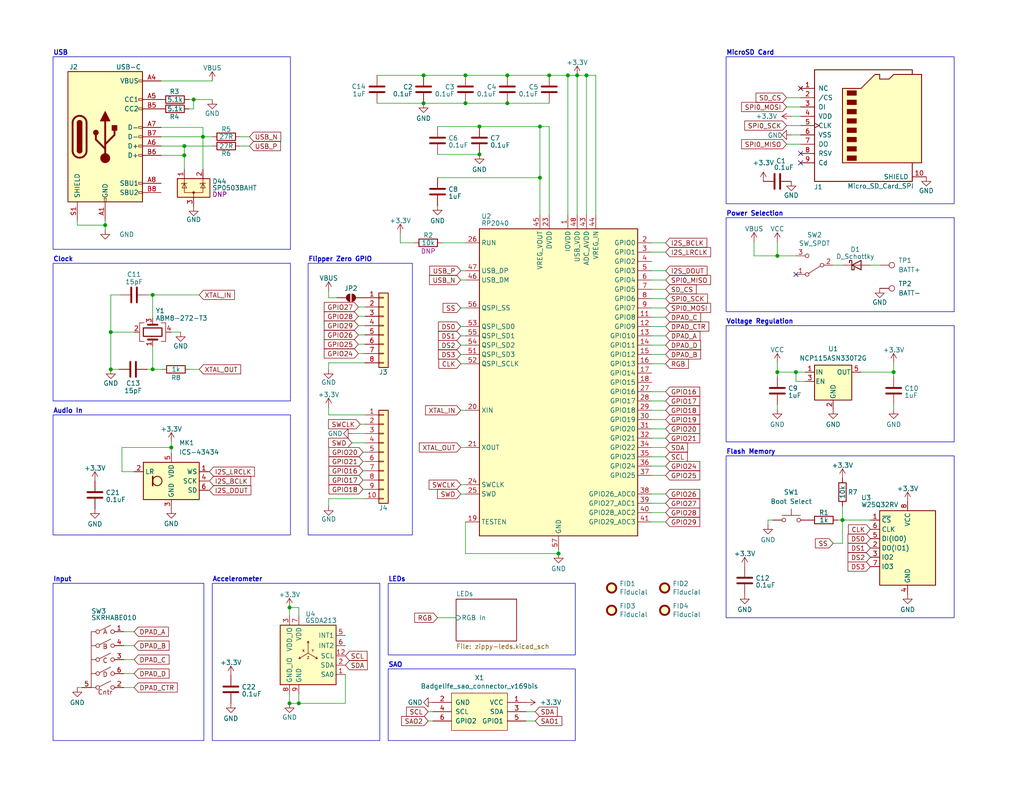
<source format=kicad_sch>
(kicad_sch (version 20250114) (generator "eeschema") (generator_version "9.0")
  (paper "USLetter")
  (title_block (title "Zippy Badge") (date "2025-04-28") (rev "1.1") (company "DCZia") (comment 1 "Proto Dos"))
  (rectangle (start 84.074 71.882) (end 112.522 146.05))
  (rectangle (start 57.912 159.258) (end 103.632 202.184))
  (rectangle (start 14.478 159.258) (end 55.626 202.184))
  (rectangle (start 198.12 59.436) (end 260.35 85.09))
  (rectangle (start 198.12 124.46) (end 260.35 168.656))
  (rectangle (start 198.12 88.9) (end 260.35 120.65))
  (rectangle (start 105.918 159.258) (end 156.972 178.816))
  (rectangle (start 198.12 15.494) (end 260.35 55.626))
  (rectangle (start 14.478 15.494) (end 79.248 68.072))
  (rectangle (start 105.918 182.626) (end 156.972 202.184))
  (rectangle (start 14.478 71.882) (end 79.248 109.474))
  (rectangle (start 14.478 113.284) (end 79.248 146.05))
  (text "LEDs" (at 105.918 159.004 0) (effects (font (size 1.27 1.27) (thickness 0.254) (bold yes)) (justify left bottom)))
  (text "USB" (at 14.478 15.24 0) (effects (font (size 1.27 1.27) (thickness 0.254) (bold yes)) (justify left bottom)))
  (text "Input" (at 14.478 159.004 0) (effects (font (size 1.27 1.27) (thickness 0.254) (bold yes)) (justify left bottom)))
  (text "Power Selection" (at 198.12 59.182 0) (effects (font (size 1.27 1.27) (thickness 0.254) (bold yes)) (justify left bottom)))
  (text "Flash Memory" (at 198.12 124.206 0) (effects (font (size 1.27 1.27) (thickness 0.254) (bold yes)) (justify left bottom)))
  (text "MicroSD Card" (at 198.12 15.24 0) (effects (font (size 1.27 1.27) (thickness 0.254) (bold yes)) (justify left bottom)))
  (text "SAO" (at 105.918 182.372 0) (effects (font (size 1.27 1.27) (thickness 0.254) (bold yes)) (justify left bottom)))
  (text "Voltage Regulation" (at 198.12 88.646 0) (effects (font (size 1.27 1.27) (thickness 0.254) (bold yes)) (justify left bottom)))
  (text "Clock" (at 14.478 71.628 0) (effects (font (size 1.27 1.27) (thickness 0.254) (bold yes)) (justify left bottom)))
  (text "Flipper Zero GPIO" (at 84.074 71.628 0) (effects (font (size 1.27 1.27) (thickness 0.254) (bold yes)) (justify left bottom)))
  (text "Audio In" (at 14.478 113.03 0) (effects (font (size 1.27 1.27) (thickness 0.254) (bold yes)) (justify left bottom)))
  (text "Accelerometer" (at 57.912 159.004 0) (effects (font (size 1.27 1.27) (thickness 0.254) (bold yes)) (justify left bottom)))
  (junction (at 138.43 28.194))
  (junction (at 115.57 20.574))
  (junction (at 50.292 42.418))
  (junction (at 41.656 100.838))
  (junction (at 147.32 48.514))
  (junction (at 138.43 20.574))
  (junction (at 127 28.194))
  (junction (at 30.226 90.678))
  (junction (at 154.94 20.574))
  (junction (at 229.87 141.986))
  (junction (at 217.17 101.6))
  (junction (at 55.372 37.338))
  (junction (at 130.81 34.544))
  (junction (at 30.226 100.838))
  (junction (at 130.81 42.164))
  (junction (at 28.702 61.468))
  (junction (at 115.57 28.194))
  (junction (at 78.994 165.862))
  (junction (at 41.656 80.518))
  (junction (at 157.48 20.574))
  (junction (at 81.534 192.024))
  (junction (at 127 20.574))
  (junction (at 78.994 192.024))
  (junction (at 160.02 20.574))
  (junction (at 149.86 20.574))
  (junction (at 50.292 39.878))
  (junction (at 147.32 34.544))
  (junction (at 212.09 69.85))
  (junction (at 212.09 101.6))
  (junction (at 152.4 151.13))
  (junction (at 243.84 101.6))
  (junction (at 52.832 27.178))
  (junction (at 46.736 122.174))
  (no_connect (at 218.44 24.13))
  (no_connect (at 218.44 44.45))
  (no_connect (at 218.44 41.91))
  (no_connect (at 217.17 74.93))
  (wire (pts (xy 127 134.874) (xy 125.73 134.874)))
  (wire (pts (xy 116.84 196.85) (xy 118.11 196.85)))
  (wire (pts (xy 57.912 22.098) (xy 43.942 22.098)))
  (wire (pts (xy 51.562 29.718) (xy 52.832 29.718)))
  (wire (pts (xy 229.87 138.176) (xy 229.87 141.986)))
  (wire (pts (xy 214.63 29.21) (xy 218.44 29.21)))
  (wire (pts (xy 119.38 168.656) (xy 124.46 168.656)))
  (wire (pts (xy 147.32 48.514) (xy 147.32 58.674)))
  (wire (pts (xy 125.73 73.914) (xy 127 73.914)))
  (wire (pts (xy 217.17 104.14) (xy 217.17 101.6)))
  (wire (pts (xy 149.86 34.544) (xy 147.32 34.544)))
  (wire (pts (xy 181.61 117.094) (xy 177.8 117.094)))
  (wire (pts (xy 152.4 151.13) (xy 152.4 150.114)))
  (wire (pts (xy 215.9 36.83) (xy 218.44 36.83)))
  (wire (pts (xy 21.082 187.706) (xy 22.352 187.706)))
  (wire (pts (xy 36.576 90.678) (xy 30.226 90.678)))
  (wire (pts (xy 40.132 100.838) (xy 41.656 100.838)))
  (wire (pts (xy 215.9 31.75) (xy 218.44 31.75)))
  (wire (pts (xy 181.61 78.994) (xy 177.8 78.994)))
  (wire (pts (xy 119.38 42.164) (xy 130.81 42.164)))
  (wire (pts (xy 181.61 106.934) (xy 177.8 106.934)))
  (wire (pts (xy 50.292 42.418) (xy 43.942 42.418)))
  (wire (pts (xy 30.226 100.838) (xy 32.512 100.838)))
  (wire (pts (xy 217.17 101.6) (xy 219.71 101.6)))
  (wire (pts (xy 96.266 118.364) (xy 99.568 118.364)))
  (wire (pts (xy 181.61 142.494) (xy 177.8 142.494)))
  (wire (pts (xy 125.73 99.314) (xy 127 99.314)))
  (wire (pts (xy 89.662 81.28) (xy 91.948 81.28)))
  (wire (pts (xy 181.61 129.794) (xy 177.8 129.794)))
  (wire (pts (xy 125.73 89.154) (xy 127 89.154)))
  (wire (pts (xy 143.51 194.31) (xy 146.05 194.31)))
  (wire (pts (xy 127 20.574) (xy 138.43 20.574)))
  (wire (pts (xy 181.61 94.234) (xy 177.8 94.234)))
  (wire (pts (xy 115.57 20.574) (xy 127 20.574)))
  (wire (pts (xy 212.09 101.6) (xy 212.09 102.87)))
  (wire (pts (xy 43.942 37.338) (xy 55.372 37.338)))
  (wire (pts (xy 181.61 99.314) (xy 177.8 99.314)))
  (wire (pts (xy 125.73 94.234) (xy 127 94.234)))
  (wire (pts (xy 157.48 20.574) (xy 157.48 58.674)))
  (wire (pts (xy 99.06 123.444) (xy 99.568 123.444)))
  (wire (pts (xy 40.386 80.518) (xy 41.656 80.518)))
  (wire (pts (xy 219.71 104.14) (xy 217.17 104.14)))
  (wire (pts (xy 147.32 34.544) (xy 147.32 48.514)))
  (wire (pts (xy 157.48 20.574) (xy 154.94 20.574)))
  (wire (pts (xy 50.292 39.878) (xy 50.292 42.418)))
  (wire (pts (xy 89.662 99.06) (xy 89.662 100.838)))
  (wire (pts (xy 181.61 96.774) (xy 177.8 96.774)))
  (wire (pts (xy 97.79 93.98) (xy 99.568 93.98)))
  (wire (pts (xy 181.61 89.154) (xy 177.8 89.154)))
  (wire (pts (xy 51.562 27.178) (xy 52.832 27.178)))
  (wire (pts (xy 41.656 100.838) (xy 44.196 100.838)))
  (wire (pts (xy 181.61 119.634) (xy 177.8 119.634)))
  (wire (pts (xy 181.61 139.954) (xy 177.8 139.954)))
  (wire (pts (xy 33.782 176.276) (xy 36.576 176.276)))
  (wire (pts (xy 97.79 88.9) (xy 99.568 88.9)))
  (wire (pts (xy 98.298 115.824) (xy 99.568 115.824)))
  (wire (pts (xy 210.82 141.986) (xy 209.55 141.986)))
  (wire (pts (xy 205.74 69.85) (xy 212.09 69.85)))
  (wire (pts (xy 181.61 127.254) (xy 177.8 127.254)))
  (wire (pts (xy 234.95 101.6) (xy 243.84 101.6)))
  (wire (pts (xy 99.06 125.984) (xy 99.568 125.984)))
  (wire (pts (xy 181.61 73.914) (xy 177.8 73.914)))
  (wire (pts (xy 99.568 99.06) (xy 89.662 99.06)))
  (wire (pts (xy 33.274 128.778) (xy 33.274 122.174)))
  (wire (pts (xy 81.534 165.862) (xy 78.994 165.862)))
  (wire (pts (xy 46.736 122.174) (xy 46.736 123.698)))
  (wire (pts (xy 55.372 37.338) (xy 57.912 37.338)))
  (wire (pts (xy 162.56 58.674) (xy 162.56 20.574)))
  (wire (pts (xy 50.292 39.878) (xy 57.912 39.878)))
  (wire (pts (xy 89.662 136.144) (xy 89.662 138.176)))
  (wire (pts (xy 154.94 20.574) (xy 154.94 58.674)))
  (wire (pts (xy 57.15 133.858) (xy 56.896 133.858)))
  (wire (pts (xy 28.702 61.468) (xy 28.702 62.738)))
  (wire (pts (xy 43.942 39.878) (xy 50.292 39.878)))
  (wire (pts (xy 214.63 34.29) (xy 218.44 34.29)))
  (wire (pts (xy 125.73 96.774) (xy 127 96.774)))
  (wire (pts (xy 227.33 148.336) (xy 229.87 148.336)))
  (wire (pts (xy 30.226 90.678) (xy 30.226 100.838)))
  (wire (pts (xy 229.87 141.986) (xy 237.49 141.986)))
  (wire (pts (xy 228.6 141.986) (xy 229.87 141.986)))
  (wire (pts (xy 52.832 27.178) (xy 57.912 27.178)))
  (wire (pts (xy 227.33 72.39) (xy 229.87 72.39)))
  (wire (pts (xy 78.994 189.484) (xy 78.994 192.024)))
  (wire (pts (xy 28.702 60.198) (xy 28.702 61.468)))
  (wire (pts (xy 99.06 128.524) (xy 99.568 128.524)))
  (wire (pts (xy 41.656 80.518) (xy 41.656 86.868)))
  (wire (pts (xy 33.274 122.174) (xy 46.736 122.174)))
  (wire (pts (xy 181.61 68.834) (xy 177.8 68.834)))
  (wire (pts (xy 65.532 37.338) (xy 68.072 37.338)))
  (wire (pts (xy 89.662 113.284) (xy 99.568 113.284)))
  (wire (pts (xy 81.534 168.148) (xy 81.534 165.862)))
  (wire (pts (xy 119.38 48.514) (xy 147.32 48.514)))
  (wire (pts (xy 237.49 72.39) (xy 240.03 72.39)))
  (wire (pts (xy 212.09 99.06) (xy 212.09 101.6)))
  (wire (pts (xy 125.73 84.074) (xy 127 84.074)))
  (wire (pts (xy 181.61 91.694) (xy 177.8 91.694)))
  (wire (pts (xy 181.61 76.454) (xy 177.8 76.454)))
  (wire (pts (xy 138.43 28.194) (xy 127 28.194)))
  (wire (pts (xy 138.43 20.574) (xy 149.86 20.574)))
  (wire (pts (xy 81.534 189.484) (xy 81.534 192.024)))
  (wire (pts (xy 28.702 61.468) (xy 21.082 61.468)))
  (wire (pts (xy 94.234 192.024) (xy 81.534 192.024)))
  (wire (pts (xy 89.662 79.502) (xy 89.662 81.28)))
  (wire (pts (xy 212.09 110.49) (xy 212.09 111.76)))
  (wire (pts (xy 57.15 128.778) (xy 56.896 128.778)))
  (wire (pts (xy 127 132.334) (xy 125.73 132.334)))
  (wire (pts (xy 81.534 192.024) (xy 78.994 192.024)))
  (wire (pts (xy 214.63 26.67) (xy 218.44 26.67)))
  (wire (pts (xy 125.73 112.014) (xy 127 112.014)))
  (wire (pts (xy 149.86 28.194) (xy 138.43 28.194)))
  (wire (pts (xy 36.576 128.778) (xy 33.274 128.778)))
  (wire (pts (xy 127 142.494) (xy 127 151.13)))
  (wire (pts (xy 50.292 42.418) (xy 50.292 46.228)))
  (wire (pts (xy 30.226 80.518) (xy 30.226 90.678)))
  (wire (pts (xy 89.662 111.252) (xy 89.662 113.284)))
  (wire (pts (xy 125.73 122.174) (xy 127 122.174)))
  (wire (pts (xy 109.22 66.294) (xy 109.22 63.754)))
  (wire (pts (xy 54.356 100.838) (xy 51.816 100.838)))
  (wire (pts (xy 33.782 172.466) (xy 36.576 172.466)))
  (wire (pts (xy 243.84 99.06) (xy 243.84 101.6)))
  (wire (pts (xy 55.372 37.338) (xy 55.372 46.228)))
  (wire (pts (xy 52.832 27.178) (xy 52.832 29.718)))
  (wire (pts (xy 97.79 83.82) (xy 99.568 83.82)))
  (wire (pts (xy 181.61 84.074) (xy 177.8 84.074)))
  (wire (pts (xy 94.234 184.15) (xy 94.234 192.024)))
  (wire (pts (xy 127 28.194) (xy 115.57 28.194)))
  (wire (pts (xy 96.012 120.904) (xy 99.568 120.904)))
  (wire (pts (xy 181.61 109.474) (xy 177.8 109.474)))
  (wire (pts (xy 160.02 20.574) (xy 162.56 20.574)))
  (wire (pts (xy 212.09 66.04) (xy 212.09 69.85)))
  (wire (pts (xy 97.79 96.52) (xy 99.568 96.52)))
  (wire (pts (xy 181.61 134.874) (xy 177.8 134.874)))
  (wire (pts (xy 33.782 180.086) (xy 36.576 180.086)))
  (wire (pts (xy 97.79 86.36) (xy 99.568 86.36)))
  (wire (pts (xy 212.09 69.85) (xy 217.17 69.85)))
  (wire (pts (xy 160.02 20.574) (xy 157.48 20.574)))
  (wire (pts (xy 116.84 194.31) (xy 118.11 194.31)))
  (wire (pts (xy 99.568 136.144) (xy 89.662 136.144)))
  (wire (pts (xy 57.15 131.318) (xy 56.896 131.318)))
  (wire (pts (xy 127 66.294) (xy 120.65 66.294)))
  (wire (pts (xy 125.73 76.454) (xy 127 76.454)))
  (wire (pts (xy 147.32 34.544) (xy 130.81 34.544)))
  (wire (pts (xy 119.38 34.544) (xy 130.81 34.544)))
  (wire (pts (xy 55.372 34.798) (xy 55.372 37.338)))
  (wire (pts (xy 127 151.13) (xy 152.4 151.13)))
  (wire (pts (xy 229.87 148.336) (xy 229.87 141.986)))
  (wire (pts (xy 113.03 66.294) (xy 109.22 66.294)))
  (wire (pts (xy 177.8 112.014) (xy 181.61 112.014)))
  (wire (pts (xy 181.61 124.714) (xy 177.8 124.714)))
  (wire (pts (xy 181.61 81.534) (xy 177.8 81.534)))
  (wire (pts (xy 102.87 20.574) (xy 115.57 20.574)))
  (wire (pts (xy 102.87 28.194) (xy 115.57 28.194)))
  (wire (pts (xy 181.61 122.174) (xy 177.8 122.174)))
  (wire (pts (xy 205.74 66.04) (xy 205.74 69.85)))
  (wire (pts (xy 209.55 141.986) (xy 209.55 143.256)))
  (wire (pts (xy 21.082 61.468) (xy 21.082 60.198)))
  (wire (pts (xy 97.79 91.44) (xy 99.568 91.44)))
  (wire (pts (xy 65.532 39.878) (xy 68.072 39.878)))
  (wire (pts (xy 54.356 80.518) (xy 41.656 80.518)))
  (wire (pts (xy 181.61 66.294) (xy 177.8 66.294)))
  (wire (pts (xy 181.61 137.414) (xy 177.8 137.414)))
  (wire (pts (xy 243.84 101.6) (xy 243.84 102.87)))
  (wire (pts (xy 46.736 120.65) (xy 46.736 122.174)))
  (wire (pts (xy 32.766 80.518) (xy 30.226 80.518)))
  (wire (pts (xy 149.86 58.674) (xy 149.86 34.544)))
  (wire (pts (xy 160.02 20.574) (xy 160.02 58.674)))
  (wire (pts (xy 99.06 131.064) (xy 99.568 131.064)))
  (wire (pts (xy 99.06 133.604) (xy 99.568 133.604)))
  (wire (pts (xy 125.73 91.694) (xy 127 91.694)))
  (wire (pts (xy 146.05 196.85) (xy 143.51 196.85)))
  (wire (pts (xy 214.63 39.37) (xy 218.44 39.37)))
  (wire (pts (xy 78.994 165.862) (xy 78.994 168.148)))
  (wire (pts (xy 181.61 114.554) (xy 177.8 114.554)))
  (wire (pts (xy 181.61 86.614) (xy 177.8 86.614)))
  (wire (pts (xy 33.782 187.706) (xy 36.576 187.706)))
  (wire (pts (xy 212.09 101.6) (xy 217.17 101.6)))
  (wire (pts (xy 49.276 90.678) (xy 46.736 90.678)))
  (wire (pts (xy 43.942 34.798) (xy 55.372 34.798)))
  (wire (pts (xy 243.84 110.49) (xy 243.84 111.76)))
  (wire (pts (xy 149.86 20.574) (xy 154.94 20.574)))
  (wire (pts (xy 41.656 94.488) (xy 41.656 100.838)))
  (wire (pts (xy 33.782 183.896) (xy 36.576 183.896)))
  (global_label "SDA" (shape input) (at 94.234 181.61 0) (property "Intersheetrefs" "${INTERSHEET_REFS}" (effects (hide yes))))
  (global_label "I2S_BCLK" (shape input) (at 181.61 66.294 0) (property "Intersheetrefs" "${INTERSHEET_REFS}" (effects (hide yes))))
  (global_label "DPAD_CTR" (shape input) (at 36.576 187.706 0) (property "Intersheetrefs" "${INTERSHEET_REFS}" (effects (hide yes))))
  (global_label "SPI0_MOSI" (shape input) (at 214.63 29.21 180) (property "Intersheetrefs" "${INTERSHEET_REFS}" (effects (hide yes))))
  (global_label "DS1" (shape input) (at 237.49 149.606 180) (property "Intersheetrefs" "${INTERSHEET_REFS}" (effects (hide yes))))
  (global_label "DS0" (shape input) (at 237.49 147.066 180) (property "Intersheetrefs" "${INTERSHEET_REFS}" (effects (hide yes))))
  (global_label "SS" (shape input) (at 227.33 148.336 180) (property "Intersheetrefs" "${INTERSHEET_REFS}" (effects (hide yes))))
  (global_label "I2S_DOUT" (shape input) (at 57.15 133.858 0) (property "Intersheetrefs" "${INTERSHEET_REFS}" (effects (hide yes))))
  (global_label "SWD" (shape input) (at 125.73 134.874 180) (property "Intersheetrefs" "${INTERSHEET_REFS}" (effects (hide yes))))
  (global_label "GPIO29" (shape input) (at 97.79 88.9 180) (property "Intersheetrefs" "${INTERSHEET_REFS}" (effects (hide yes))))
  (global_label "DPAD_B" (shape input) (at 36.576 176.276 0) (property "Intersheetrefs" "${INTERSHEET_REFS}" (effects (hide yes))))
  (global_label "GPIO19" (shape input) (at 181.61 114.554 0) (property "Intersheetrefs" "${INTERSHEET_REFS}" (effects (hide yes))))
  (global_label "I2S_DOUT" (shape input) (at 181.61 73.914 0) (property "Intersheetrefs" "${INTERSHEET_REFS}" (effects (hide yes))))
  (global_label "DPAD_CTR" (shape input) (at 181.61 89.154 0) (property "Intersheetrefs" "${INTERSHEET_REFS}" (effects (hide yes))))
  (global_label "USB_N" (shape input) (at 68.072 37.338 0) (property "Intersheetrefs" "${INTERSHEET_REFS}" (effects (hide yes))))
  (global_label "GPIO26" (shape input) (at 181.61 134.874 0) (property "Intersheetrefs" "${INTERSHEET_REFS}" (effects (hide yes))))
  (global_label "GPIO29" (shape input) (at 181.61 142.494 0) (property "Intersheetrefs" "${INTERSHEET_REFS}" (effects (hide yes))))
  (global_label "DS1" (shape input) (at 125.73 91.694 180) (property "Intersheetrefs" "${INTERSHEET_REFS}" (effects (hide yes))))
  (global_label "GPIO26" (shape input) (at 97.79 91.44 180) (property "Intersheetrefs" "${INTERSHEET_REFS}" (effects (hide yes))))
  (global_label "DPAD_A" (shape input) (at 36.576 172.466 0) (property "Intersheetrefs" "${INTERSHEET_REFS}" (effects (hide yes))))
  (global_label "SWD" (shape input) (at 96.012 120.904 180) (property "Intersheetrefs" "${INTERSHEET_REFS}" (effects (hide yes))))
  (global_label "DPAD_B" (shape input) (at 181.61 96.774 0) (property "Intersheetrefs" "${INTERSHEET_REFS}" (effects (hide yes))))
  (global_label "GPIO25" (shape input) (at 181.61 129.794 0) (property "Intersheetrefs" "${INTERSHEET_REFS}" (effects (hide yes))))
  (global_label "DPAD_A" (shape input) (at 181.61 91.694 0) (property "Intersheetrefs" "${INTERSHEET_REFS}" (effects (hide yes))))
  (global_label "DPAD_D" (shape input) (at 181.61 94.234 0) (property "Intersheetrefs" "${INTERSHEET_REFS}" (effects (hide yes))))
  (global_label "GPIO27" (shape input) (at 97.79 83.82 180) (property "Intersheetrefs" "${INTERSHEET_REFS}" (effects (hide yes))))
  (global_label "SAO1" (shape input) (at 146.05 196.85 0) (effects (font (thickness 0.1588))) (property "Intersheetrefs" "${INTERSHEET_REFS}" (effects (hide yes))))
  (global_label "GPIO24" (shape input) (at 181.61 127.254 0) (property "Intersheetrefs" "${INTERSHEET_REFS}" (effects (hide yes))))
  (global_label "DS2" (shape input) (at 125.73 94.234 180) (property "Intersheetrefs" "${INTERSHEET_REFS}" (effects (hide yes))))
  (global_label "DPAD_C" (shape input) (at 181.61 86.614 0) (property "Intersheetrefs" "${INTERSHEET_REFS}" (effects (hide yes))))
  (global_label "DS0" (shape input) (at 125.73 89.154 180) (property "Intersheetrefs" "${INTERSHEET_REFS}" (effects (hide yes))))
  (global_label "SCL" (shape input) (at 94.234 179.07 0) (property "Intersheetrefs" "${INTERSHEET_REFS}" (effects (hide yes))))
  (global_label "USB_P" (shape input) (at 125.73 73.914 180) (property "Intersheetrefs" "${INTERSHEET_REFS}" (effects (hide yes))))
  (global_label "SPI0_SCK" (shape input) (at 181.61 81.534 0) (property "Intersheetrefs" "${INTERSHEET_REFS}" (effects (hide yes))))
  (global_label "GPIO28" (shape input) (at 97.79 86.36 180) (property "Intersheetrefs" "${INTERSHEET_REFS}" (effects (hide yes))))
  (global_label "SDA" (shape input) (at 181.61 122.174 0) (property "Intersheetrefs" "${INTERSHEET_REFS}" (effects (hide yes))))
  (global_label "I2S_BCLK" (shape input) (at 57.15 131.318 0) (property "Intersheetrefs" "${INTERSHEET_REFS}" (effects (hide yes))))
  (global_label "GPIO16" (shape input) (at 181.61 106.934 0) (property "Intersheetrefs" "${INTERSHEET_REFS}" (effects (hide yes))))
  (global_label "DS3" (shape input) (at 237.49 154.686 180) (property "Intersheetrefs" "${INTERSHEET_REFS}" (effects (hide yes))))
  (global_label "I2S_LRCLK" (shape input) (at 57.15 128.778 0) (property "Intersheetrefs" "${INTERSHEET_REFS}" (effects (hide yes))))
  (global_label "GPIO28" (shape input) (at 181.61 139.954 0) (property "Intersheetrefs" "${INTERSHEET_REFS}" (effects (hide yes))))
  (global_label "XTAL_IN" (shape input) (at 54.356 80.518 0) (property "Intersheetrefs" "${INTERSHEET_REFS}" (effects (hide yes))))
  (global_label "SS" (shape input) (at 125.73 84.074 180) (property "Intersheetrefs" "${INTERSHEET_REFS}" (effects (hide yes))))
  (global_label "SWCLK" (shape input) (at 98.298 115.824 180) (property "Intersheetrefs" "${INTERSHEET_REFS}" (effects (hide yes))))
  (global_label "SDA" (shape input) (at 146.05 194.31 0) (effects (font (thickness 0.1588))) (property "Intersheetrefs" "${INTERSHEET_REFS}" (effects (hide yes))))
  (global_label "DS3" (shape input) (at 125.73 96.774 180) (property "Intersheetrefs" "${INTERSHEET_REFS}" (effects (hide yes))))
  (global_label "SCL" (shape input) (at 116.84 194.31 180) (effects (font (thickness 0.1588))) (property "Intersheetrefs" "${INTERSHEET_REFS}" (effects (hide yes))))
  (global_label "SPI0_MISO" (shape input) (at 181.61 76.454 0) (property "Intersheetrefs" "${INTERSHEET_REFS}" (effects (hide yes))))
  (global_label "GPIO21" (shape input) (at 99.06 125.984 180) (property "Intersheetrefs" "${INTERSHEET_REFS}" (effects (hide yes))))
  (global_label "CLK" (shape input) (at 237.49 144.526 180) (property "Intersheetrefs" "${INTERSHEET_REFS}" (effects (hide yes))))
  (global_label "XTAL_IN" (shape input) (at 125.73 112.014 180) (property "Intersheetrefs" "${INTERSHEET_REFS}" (effects (hide yes))))
  (global_label "GPIO16" (shape input) (at 99.06 128.524 180) (property "Intersheetrefs" "${INTERSHEET_REFS}" (effects (hide yes))))
  (global_label "GPIO27" (shape input) (at 181.61 137.414 0) (property "Intersheetrefs" "${INTERSHEET_REFS}" (effects (hide yes))))
  (global_label "SPI0_MISO" (shape input) (at 214.63 39.37 180) (property "Intersheetrefs" "${INTERSHEET_REFS}" (effects (hide yes))))
  (global_label "GPIO18" (shape input) (at 99.06 133.604 180) (property "Intersheetrefs" "${INTERSHEET_REFS}" (effects (hide yes))))
  (global_label "SCL" (shape input) (at 181.61 124.714 0) (property "Intersheetrefs" "${INTERSHEET_REFS}" (effects (hide yes))))
  (global_label "SPI0_MOSI" (shape input) (at 181.61 84.074 0) (property "Intersheetrefs" "${INTERSHEET_REFS}" (effects (hide yes))))
  (global_label "GPIO21" (shape input) (at 181.61 119.634 0) (property "Intersheetrefs" "${INTERSHEET_REFS}" (effects (hide yes))))
  (global_label "GPIO17" (shape input) (at 181.61 109.474 0) (property "Intersheetrefs" "${INTERSHEET_REFS}" (effects (hide yes))))
  (global_label "XTAL_OUT" (shape input) (at 54.356 100.838 0) (property "Intersheetrefs" "${INTERSHEET_REFS}" (effects (hide yes))))
  (global_label "DS2" (shape input) (at 237.49 152.146 180) (property "Intersheetrefs" "${INTERSHEET_REFS}" (effects (hide yes))))
  (global_label "GPIO25" (shape input) (at 97.79 93.98 180) (property "Intersheetrefs" "${INTERSHEET_REFS}" (effects (hide yes))))
  (global_label "SAO2" (shape input) (at 116.84 196.85 180) (effects (font (thickness 0.1588))) (property "Intersheetrefs" "${INTERSHEET_REFS}" (effects (hide yes))))
  (global_label "GPIO17" (shape input) (at 99.06 131.064 180) (property "Intersheetrefs" "${INTERSHEET_REFS}" (effects (hide yes))))
  (global_label "DPAD_C" (shape input) (at 36.576 180.086 0) (property "Intersheetrefs" "${INTERSHEET_REFS}" (effects (hide yes))))
  (global_label "DPAD_D" (shape input) (at 36.576 183.896 0) (property "Intersheetrefs" "${INTERSHEET_REFS}" (effects (hide yes))))
  (global_label "SD_CS" (shape input) (at 181.61 78.994 0) (property "Intersheetrefs" "${INTERSHEET_REFS}" (effects (hide yes))))
  (global_label "RGB" (shape input) (at 119.38 168.656 180) (property "Intersheetrefs" "${INTERSHEET_REFS}" (effects (hide yes))))
  (global_label "GPIO24" (shape input) (at 97.79 96.52 180) (property "Intersheetrefs" "${INTERSHEET_REFS}" (effects (hide yes))))
  (global_label "I2S_LRCLK" (shape input) (at 181.61 68.834 0) (property "Intersheetrefs" "${INTERSHEET_REFS}" (effects (hide yes))))
  (global_label "SPI0_SCK" (shape input) (at 214.63 34.29 180) (property "Intersheetrefs" "${INTERSHEET_REFS}" (effects (hide yes))))
  (global_label "USB_N" (shape input) (at 125.73 76.454 180) (property "Intersheetrefs" "${INTERSHEET_REFS}" (effects (hide yes))))
  (global_label "GPIO18" (shape input) (at 181.61 112.014 0) (property "Intersheetrefs" "${INTERSHEET_REFS}" (effects (hide yes))))
  (global_label "USB_P" (shape input) (at 68.072 39.878 0) (property "Intersheetrefs" "${INTERSHEET_REFS}" (effects (hide yes))))
  (global_label "SD_CS" (shape input) (at 214.63 26.67 180) (property "Intersheetrefs" "${INTERSHEET_REFS}" (effects (hide yes))))
  (global_label "RGB" (shape input) (at 181.61 99.314 0) (property "Intersheetrefs" "${INTERSHEET_REFS}" (effects (hide yes))))
  (global_label "SWCLK" (shape input) (at 125.73 132.334 180) (property "Intersheetrefs" "${INTERSHEET_REFS}" (effects (hide yes))))
  (global_label "GPIO20" (shape input) (at 99.06 123.444 180) (property "Intersheetrefs" "${INTERSHEET_REFS}" (effects (hide yes))))
  (global_label "XTAL_OUT" (shape input) (at 125.73 122.174 180) (property "Intersheetrefs" "${INTERSHEET_REFS}" (effects (hide yes))))
  (global_label "GPIO20" (shape input) (at 181.61 117.094 0) (property "Intersheetrefs" "${INTERSHEET_REFS}" (effects (hide yes))))
  (global_label "CLK" (shape input) (at 125.73 99.314 180) (property "Intersheetrefs" "${INTERSHEET_REFS}" (effects (hide yes))))
  (symbol (lib_id "SKRHABE010:SKRHABE010") (at 28.702 180.086 0) (unit 1)
    (property "Reference" "SW3" (at 24.892 166.878 0) (effects (justify left)))
    (property "Value" "SKRHABE010" (at 24.892 168.656 0) (effects (justify left)))
    (property "Footprint" "lib_fp:SKRHABE010" (effects (hide yes)))
  )
  (symbol (lib_id "badgelife_shitty_addon_v169bis:Badgelife_sao_connector_v169bis") (at 130.81 194.31 0) (unit 1) (in_bom no)
    (property "Reference" "X1" (at 130.81 185.039 0))
    (property "Value" "Badgelife_sao_connector_v169bis" (at 130.81 187.3504 0))
    (property "Footprint" "lib_fp:Badgelife-Shitty-v1.69bis" (effects (hide yes)))
  )
  (symbol (lib_id "Device:Crystal_GND24") (at 41.656 90.678 90) (unit 1)
    (property "Reference" "Y1" (at 43.688 84.836 90))
    (property "Value" "ABM8-272-T3" (at 49.53 86.868 90))
    (property "Footprint" "Crystal:Crystal_SMD_Abracon_ABM8G-4Pin_3.2x2.5mm" (effects (hide yes)))
    (property "Description" "Four pin crystal, GND on pins 2 and 4" (effects (hide yes)))
  )
  (symbol (lib_id "power:GND") (at 212.09 111.76 0) (unit 1)
    (property "Reference" "#PWR020" (effects (hide yes)))
    (property "Value" "GND" (at 212.09 115.8955 0))
  )
  (symbol (lib_id "power:GND") (at 247.65 162.306 0) (unit 1)
    (property "Reference" "#PWR029" (effects (hide yes)))
    (property "Value" "GND" (at 247.65 166.4415 0))
  )
  (symbol (lib_id "Connector:TestPoint") (at 240.03 78.74 270) (unit 1)
    (property "Reference" "TP2" (at 245.11 77.47 90) (effects (justify left)))
    (property "Value" "BATT-" (at 245.11 80.01 90) (effects (justify left)))
    (property "Footprint" "TestPoint:TestPoint_Pad_2.5x2.5mm" (effects (hide yes)))
  )
  (symbol (lib_id "Device:R") (at 48.006 100.838 90) (mirror x) (unit 1)
    (property "Reference" "R8" (at 48.006 103.124 90))
    (property "Value" "1k" (at 48.006 100.838 90))
    (property "Footprint" "Resistor_SMD:R_0603_1608Metric" (effects (hide yes)))
  )
  (symbol (lib_id "Device:C") (at 62.992 188.214 180) (unit 1)
    (property "Reference" "C22" (at 65.913 187.5703 0) (effects (justify right)))
    (property "Value" "0.1uF" (at 65.913 189.4913 0) (effects (justify right)))
    (property "Footprint" "Capacitor_SMD:C_0603_1608Metric" (effects (hide yes)))
  )
  (symbol (lib_id "Device:R") (at 47.752 29.718 90) (unit 1)
    (property "Reference" "R4" (at 47.625 31.877 90))
    (property "Value" "5.1k" (at 47.752 29.718 90))
    (property "Footprint" "Resistor_SMD:R_0603_1608Metric" (effects (hide yes)))
  )
  (symbol (lib_id "power:GND") (at 30.226 100.838 0) (unit 1)
    (property "Reference" "#PWR028" (effects (hide yes)))
    (property "Value" "GND" (at 28.194 104.648 0) (effects (justify left)))
  )
  (symbol (lib_id "Device:R") (at 47.752 27.178 90) (unit 1)
    (property "Reference" "R3" (at 47.625 25.019 90))
    (property "Value" "5.1k" (at 47.752 27.178 90))
    (property "Footprint" "Resistor_SMD:R_0603_1608Metric" (effects (hide yes)))
  )
  (symbol (lib_id "power:GND") (at 118.11 191.77 270) (unit 1)
    (property "Reference" "#PWR04" (effects (hide yes)))
    (property "Value" "GND" (at 113.284 191.77 90))
  )
  (symbol (lib_id "power:GND") (at 49.276 90.678 0) (unit 1)
    (property "Reference" "#PWR0130" (effects (hide yes)))
    (property "Value" "GND" (at 47.244 94.488 0) (effects (justify left)))
  )
  (symbol (lib_id "Device:C") (at 25.908 135.128 180) (unit 1)
    (property "Reference" "C21" (at 28.829 134.4843 0) (effects (justify right)))
    (property "Value" "0.1uF" (at 28.829 136.4053 0) (effects (justify right)))
    (property "Footprint" "Capacitor_SMD:C_0603_1608Metric" (effects (hide yes)))
  )
  (symbol (lib_id "MicroSD-Retention:Micro_SD_Card_SPI_Seeed-MicroSD-SPI-Seeed") (at 236.22 33.02 0) (unit 1)
    (property "Reference" "J1" (at 223.266 51.054 0))
    (property "Value" "Micro_SD_Card_SPI" (at 240.284 50.8 0))
    (property "Footprint" "lib_fp:MicroSD-Socket-Seeed-320090008" (effects (hide yes)))
    (property "Datasheet" "https://statics3.seeedstudio.com/images/opl/datasheet/320090008.pdf" (effects (hide yes)))
  )
  (symbol (lib_id "power:GND") (at 215.9 49.53 0) (unit 1)
    (property "Reference" "#PWR09" (effects (hide yes)))
    (property "Value" "GND" (at 215.9 53.34 0))
  )
  (symbol (lib_id "power:+3.3V") (at 208.28 49.53 0) (unit 1)
    (property "Reference" "#PWR0129" (effects (hide yes)))
    (property "Value" "+3.3V" (at 208.28 44.45 0))
  )
  (symbol (lib_id "Device:C") (at 36.322 100.838 90) (unit 1)
    (property "Reference" "C13" (at 36.322 104.648 90))
    (property "Value" "15pF" (at 36.322 106.68 90))
    (property "Footprint" "Capacitor_SMD:C_0603_1608Metric" (effects (hide yes)))
  )
  (symbol (lib_id "Device:R") (at 224.79 141.986 90) (unit 1)
    (property "Reference" "R1" (at 224.79 139.954 90))
    (property "Value" "1k" (at 224.79 141.986 90))
    (property "Footprint" "Resistor_SMD:R_0603_1608Metric" (effects (hide yes)))
  )
  (symbol (lib_id "power:+3.3V") (at 247.65 136.906 0) (unit 1)
    (property "Reference" "#PWR025" (effects (hide yes)))
    (property "Value" "+3.3V" (at 247.65 133.4041 0))
  )
  (symbol (lib_id "Switch:SW_Push") (at 215.9 141.986 0) (unit 1)
    (property "Reference" "SW1" (at 215.9 134.366 0))
    (property "Value" "Boot Select" (at 215.9 136.906 0))
    (property "Footprint" "Button_Switch_SMD:SW_SPST_EVQP7C" (effects (hide yes)))
    (property "Description" "Push button switch, generic, two pins" (effects (hide yes)))
  )
  (symbol (lib_id "power:+3.3V") (at 89.662 111.252 0) (unit 1)
    (property "Reference" "#PWR0144" (effects (hide yes)))
    (property "Value" "+3.3V" (at 89.662 107.7501 0))
  )
  (symbol (lib_id "power:VCC") (at 205.74 66.04 0) (unit 1)
    (property "Reference" "#PWR011" (effects (hide yes)))
    (property "Value" "VBUS" (at 203.2 62.484 0) (effects (justify left)))
  )
  (symbol (lib_id "Device:C") (at 127 24.384 0) (mirror x) (unit 1)
    (property "Reference" "C3" (at 124.079 23.7403 0) (effects (justify right)))
    (property "Value" "0.1uF" (at 124.079 25.6613 0) (effects (justify right)))
    (property "Footprint" "Capacitor_SMD:C_0603_1608Metric" (effects (hide yes)))
  )
  (symbol (lib_id "power:GND") (at 25.908 138.938 0) (unit 1)
    (property "Reference" "#PWR0136" (effects (hide yes)))
    (property "Value" "GND" (at 25.908 143.0735 0))
  )
  (symbol (lib_id "Device:R") (at 61.722 39.878 270) (unit 1)
    (property "Reference" "R6" (at 61.722 41.91 90))
    (property "Value" "27R" (at 61.722 39.878 90))
    (property "Footprint" "Resistor_SMD:R_0603_1608Metric" (effects (hide yes)))
  )
  (symbol (lib_name "VCC_1") (lib_id "power:VCC") (at 212.09 99.06 0) (unit 1)
    (property "Reference" "#PWR18" (effects (hide yes)))
    (property "Value" "VCC" (at 212.09 95.504 0))
    (property "Description" "Power symbol creates a global label with name \"VCC\"" (effects (hide yes)))
  )
  (symbol (lib_id "GSDA213:GSDA213") (at 84.074 178.308 0) (unit 1)
    (property "Reference" "U4" (at 86.106 167.64 0) (effects (justify right)))
    (property "Value" "GSDA213" (at 91.948 169.418 0) (effects (justify right)))
    (property "Footprint" "Package_LGA:Kionix_LGA-12_2x2mm_P0.5mm_LayoutBorder2x4y" (effects (hide yes)))
    (property "Datasheet" "https://goodarksemi.com/docs/datasheets/mems/GSDA213_SDS.pdf" (effects (hide yes)))
    (property "Description" "±2g / 4g / 8g / 16g Tri-Axis Digital Accelerometer, I2C, 1.71-3.6V, LGA-12" (effects (hide yes)))
  )
  (symbol (lib_id "power:GND") (at 96.266 118.364 270) (unit 1)
    (property "Reference" "#PWR0146" (effects (hide yes)))
    (property "Value" "GND" (at 89.408 118.364 90) (effects (justify left)))
  )
  (symbol (lib_id "Connector:USB_C_Receptacle_USB2.0_16P") (at 28.702 37.338 0) (unit 1)
    (property "Reference" "J2" (at 20.066 18.288 0))
    (property "Value" "USB-C" (at 35.052 18.288 0))
    (property "Footprint" "Connector_USB:USB_C_Receptacle_HCTL_HC-TYPE-C-16P-01A" (effects (hide yes)))
    (property "Datasheet" "https://www.usb.org/sites/default/files/documents/usb_type-c.zip" (effects (hide yes)))
    (property "Description" "USB 2.0-only 16P Type-C Receptacle connector" (effects (hide yes)))
  )
  (symbol (lib_id "Power_Protection:SP0502BAJT") (at 52.832 51.308 0) (unit 1)
    (property "Reference" "D44" (at 57.912 49.53 0) (effects (justify left)))
    (property "Value" "SP0503BAHT" (at 57.912 51.308 0) (effects (justify left)))
    (property "Footprint" "Package_TO_SOT_SMD:SOT-23-3" (effects (hide yes)))
    (property "Datasheet" "http://www.littelfuse.com/~/media/files/littelfuse/technical%20resources/documents/data%20sheets/sp05xxba.pdf" (effects (hide yes)))
    (property "DNP" "DNP" (at 59.944 53.086 0))
  )
  (symbol (lib_id "Mechanical:Fiducial") (at 181.356 160.528 0) (unit 1) (in_bom no)
    (property "Reference" "FID2" (at 183.515 159.3596 0) (effects (justify left)))
    (property "Value" "Fiducial" (at 183.515 161.671 0) (effects (justify left)))
    (property "Footprint" "Fiducial:Fiducial_1mm_Mask2mm" (effects (hide yes)))
  )
  (symbol (lib_id "Device:C") (at 212.09 106.68 180) (unit 1)
    (property "Reference" "C9" (at 215.011 106.0363 0) (effects (justify right)))
    (property "Value" "1uF" (at 215.011 107.9573 0) (effects (justify right)))
    (property "Footprint" "Capacitor_SMD:C_0603_1608Metric" (effects (hide yes)))
  )
  (symbol (lib_id "power:VBUS") (at 89.662 79.502 0) (unit 1)
    (property "Reference" "#PWR0143" (effects (hide yes)))
    (property "Value" "VBUS" (at 87.122 75.946 0) (effects (justify left)))
  )
  (symbol (lib_id "power:GND") (at 89.662 100.838 0) (unit 1)
    (property "Reference" "#PWR0142" (effects (hide yes)))
    (property "Value" "GND" (at 87.63 104.394 0) (effects (justify left)))
  )
  (symbol (lib_id "Device:R") (at 229.87 134.366 180) (unit 1)
    (property "Reference" "R7" (at 232.664 134.366 0))
    (property "Value" "10k" (at 229.87 134.366 90))
    (property "Footprint" "Resistor_SMD:R_0603_1608Metric" (effects (hide yes)))
  )
  (symbol (lib_id "Regulator_Linear:LD39015M33R") (at 227.33 104.14 0) (unit 1)
    (property "Reference" "U1" (at 227.33 95.25 0))
    (property "Value" "NCP115ASN330T2G" (at 227.33 97.79 0))
    (property "Footprint" "Package_TO_SOT_SMD:SOT-23-5" (effects (hide yes)))
    (property "Datasheet" "http://www.st.com/resource/en/datasheet/ld39015.pdf" (effects (hide yes)))
  )
  (symbol (lib_id "Device:C") (at 243.84 106.68 180) (unit 1)
    (property "Reference" "C10" (at 246.761 106.0363 0) (effects (justify right)))
    (property "Value" "1uF" (at 246.761 107.9573 0) (effects (justify right)))
    (property "Footprint" "Capacitor_SMD:C_0603_1608Metric" (effects (hide yes)))
  )
  (symbol (lib_id "power:+3.3V") (at 46.736 120.65 0) (unit 1)
    (property "Reference" "#PWR0132" (effects (hide yes)))
    (property "Value" "+3.3V" (at 46.736 117.1481 0))
  )
  (symbol (lib_id "power:+3.3V") (at 157.48 20.574 0) (unit 1)
    (property "Reference" "#PWR07" (effects (hide yes)))
    (property "Value" "+3.3V" (at 157.48 17.0721 0))
  )
  (symbol (lib_id "power:GND") (at 21.082 187.706 0) (unit 1)
    (property "Reference" "#PWR0131" (effects (hide yes)))
    (property "Value" "GND" (at 21.082 191.8415 0))
  )
  (symbol (lib_id "Device:C") (at 138.43 24.384 0) (mirror x) (unit 1)
    (property "Reference" "C4" (at 135.509 23.7403 0) (effects (justify right)))
    (property "Value" "0.1uF" (at 135.509 25.6613 0) (effects (justify right)))
    (property "Footprint" "Capacitor_SMD:C_0603_1608Metric" (effects (hide yes)))
  )
  (symbol (lib_id "Device:R") (at 116.84 66.294 270) (unit 1)
    (property "Reference" "R2" (at 116.84 64.262 90))
    (property "Value" "10k" (at 116.84 66.294 90))
    (property "Footprint" "Resistor_SMD:R_0603_1608Metric" (effects (hide yes)))
    (property "DNP" "DNP" (at 116.84 68.58 90))
  )
  (symbol (lib_id "Device:C") (at 36.576 80.518 90) (unit 1)
    (property "Reference" "C11" (at 36.576 74.93 90))
    (property "Value" "15pF" (at 36.576 76.962 90))
    (property "Footprint" "Capacitor_SMD:C_0603_1608Metric" (effects (hide yes)))
  )
  (symbol (lib_id "Device:C") (at 119.38 52.324 180) (unit 1)
    (property "Reference" "C8" (at 122.301 51.6803 0) (effects (justify right)))
    (property "Value" "1uF" (at 122.301 53.6013 0) (effects (justify right)))
    (property "Footprint" "Capacitor_SMD:C_0603_1608Metric" (effects (hide yes)))
  )
  (symbol (lib_id "Device:C") (at 102.87 24.384 0) (mirror x) (unit 1)
    (property "Reference" "C14" (at 99.822 23.622 0) (effects (justify right)))
    (property "Value" "1uF" (at 99.822 25.654 0) (effects (justify right)))
    (property "Footprint" "Capacitor_SMD:C_0603_1608Metric" (effects (hide yes)))
  )
  (symbol (lib_id "power:+3.3V") (at 78.994 165.862 0) (unit 1)
    (property "Reference" "#PWR0138" (effects (hide yes)))
    (property "Value" "+3.3V" (at 78.994 162.3601 0))
  )
  (symbol (lib_id "power:GND") (at 203.2 162.306 0) (unit 1)
    (property "Reference" "#PWR027" (effects (hide yes)))
    (property "Value" "GND" (at 203.2 166.4415 0))
  )
  (symbol (lib_id "Device:C") (at 115.57 24.384 0) (mirror x) (unit 1)
    (property "Reference" "C2" (at 112.649 23.7403 0) (effects (justify right)))
    (property "Value" "0.1uF" (at 112.649 25.6613 0) (effects (justify right)))
    (property "Footprint" "Capacitor_SMD:C_0603_1608Metric" (effects (hide yes)))
  )
  (symbol (lib_id "power:GND") (at 62.992 192.024 0) (unit 1)
    (property "Reference" "#PWR0141" (effects (hide yes)))
    (property "Value" "GND" (at 62.992 196.1595 0))
  )
  (symbol (lib_id "Device:C") (at 149.86 24.384 0) (mirror x) (unit 1)
    (property "Reference" "C5" (at 146.939 23.7403 0) (effects (justify right)))
    (property "Value" "0.1uF" (at 146.939 25.6613 0) (effects (justify right)))
    (property "Footprint" "Capacitor_SMD:C_0603_1608Metric" (effects (hide yes)))
  )
  (symbol (lib_id "power:GND") (at 240.03 78.74 0) (unit 1)
    (property "Reference" "#PWR014" (effects (hide yes)))
    (property "Value" "GND" (at 240.03 82.55 0))
  )
  (symbol (lib_id "power:GND") (at 89.662 138.176 0) (unit 1)
    (property "Reference" "#PWR0145" (effects (hide yes)))
    (property "Value" "GND" (at 87.63 141.732 0) (effects (justify left)))
  )
  (symbol (lib_id "power:+3.3V") (at 243.84 99.06 0) (unit 1)
    (property "Reference" "#PWR019" (effects (hide yes)))
    (property "Value" "+3.3V" (at 243.84 95.5581 0))
  )
  (symbol (lib_id "Sensor_Audio:ICS-43434") (at 46.736 131.318 0) (unit 1)
    (property "Reference" "MK1" (at 48.8793 120.904 0) (effects (justify left)))
    (property "Value" "ICS-43434" (at 48.8793 123.444 0) (effects (justify left)))
    (property "Footprint" "Sensor_Audio:InvenSense_ICS-43434-6_3.5x2.65mm" (effects (hide yes)))
    (property "Datasheet" "https://www.invensense.com/wp-content/uploads/2016/02/DS-000069-ICS-43434-v1.2.pdf" (effects (hide yes)))
    (property "Description" "TDK InvenSense MEMS Microphone, 24-bit I2S, 65 dBA SNR, LGA-6" (effects (hide yes)))
  )
  (symbol (lib_id "power:GND") (at 152.4 151.13 0) (unit 1)
    (property "Reference" "#PWR030" (effects (hide yes)))
    (property "Value" "GND" (at 152.4 155.2655 0))
  )
  (symbol (lib_id "power:GND") (at 115.57 28.194 0) (mirror y) (unit 1)
    (property "Reference" "#PWR010" (effects (hide yes)))
    (property "Value" "GND" (at 115.57 32.3295 0))
  )
  (symbol (lib_id "power:GND") (at 52.832 56.388 0) (mirror y) (unit 1)
    (property "Reference" "#PWR0133" (effects (hide yes)))
    (property "Value" "GND" (at 52.832 59.944 0))
  )
  (symbol (lib_id "power:GND") (at 119.38 56.134 0) (unit 1)
    (property "Reference" "#PWR015" (effects (hide yes)))
    (property "Value" "GND" (at 119.38 60.2695 0))
  )
  (symbol (lib_id "Switch:SW_SPDT") (at 222.25 72.39 180) (unit 1)
    (property "Reference" "SW2" (at 222.25 64.135 0))
    (property "Value" "SW_SPDT" (at 222.25 66.4464 0))
    (property "Footprint" "lib_fp:SW_SPDT_CK-JS102011SAQN" (effects (hide yes)))
  )
  (symbol (lib_id "power:+3.3V") (at 25.908 131.318 0) (unit 1)
    (property "Reference" "#PWR0135" (effects (hide yes)))
    (property "Value" "+3.3V" (at 25.908 127.8161 0))
  )
  (symbol (lib_id "power:+3.3V") (at 229.87 130.556 0) (unit 1)
    (property "Reference" "#PWR024" (effects (hide yes)))
    (property "Value" "+3.3V" (at 229.87 127.0541 0))
  )
  (symbol (lib_id "power:+3.3V") (at 203.2 154.686 0) (unit 1)
    (property "Reference" "#PWR026" (effects (hide yes)))
    (property "Value" "+3.3V" (at 203.2 151.1841 0))
  )
  (symbol (lib_id "Mechanical:Fiducial") (at 181.356 166.624 0) (unit 1) (in_bom no)
    (property "Reference" "FID4" (at 183.515 165.4556 0) (effects (justify left)))
    (property "Value" "Fiducial" (at 183.515 167.767 0) (effects (justify left)))
    (property "Footprint" "Fiducial:Fiducial_1mm_Mask2mm" (effects (hide yes)))
  )
  (symbol (lib_id "local:W25Q16JV") (at 247.65 149.606 0) (unit 1)
    (property "Reference" "U3" (at 234.95 135.89 0) (effects (justify left)))
    (property "Value" "W25Q32RV" (at 234.95 137.811 0) (effects (justify left)))
    (property "Footprint" "lib_fp:W25Q16JVUXIQ_WIN" (effects (hide yes)))
    (property "Datasheet" "https://www.winbond.com/hq/support/documentation/downloadV2022.jsp?__locale=en&xmlPath=/support/resources/.content/item/DA00-W25Q32RV_1.html&level=1" (effects (hide yes)))
  )
  (symbol (lib_id "Mechanical:Fiducial") (at 166.878 166.624 0) (unit 1) (in_bom no)
    (property "Reference" "FID3" (at 169.037 165.4556 0) (effects (justify left)))
    (property "Value" "Fiducial" (at 169.037 167.767 0) (effects (justify left)))
    (property "Footprint" "Fiducial:Fiducial_1mm_Mask2mm" (effects (hide yes)))
  )
  (symbol (lib_id "power:GND") (at 243.84 111.76 0) (unit 1)
    (property "Reference" "#PWR022" (effects (hide yes)))
    (property "Value" "GND" (at 243.84 115.8955 0))
  )
  (symbol (lib_id "power:+3.3V") (at 62.992 184.404 0) (unit 1)
    (property "Reference" "#PWR0140" (effects (hide yes)))
    (property "Value" "+3.3V" (at 62.992 180.9021 0))
  )
  (symbol (lib_id "power:GND") (at 130.81 42.164 0) (unit 1)
    (property "Reference" "#PWR013" (effects (hide yes)))
    (property "Value" "GND" (at 130.81 46.2995 0))
  )
  (symbol (lib_id "Device:C") (at 130.81 38.354 180) (unit 1)
    (property "Reference" "C7" (at 133.731 37.7103 0) (effects (justify right)))
    (property "Value" "0.1uF" (at 133.731 39.6313 0) (effects (justify right)))
    (property "Footprint" "Capacitor_SMD:C_0603_1608Metric" (effects (hide yes)))
  )
  (symbol (lib_id "power:VBUS") (at 57.912 22.098 0) (unit 1)
    (property "Reference" "#PWR016" (effects (hide yes)))
    (property "Value" "VBUS" (at 55.372 18.542 0) (effects (justify left)))
  )
  (symbol (lib_id "power:GND") (at 78.994 192.024 0) (unit 1)
    (property "Reference" "#PWR0139" (effects (hide yes)))
    (property "Value" "GND" (at 76.962 195.834 0) (effects (justify left)))
  )
  (symbol (lib_id "Mechanical:Fiducial") (at 166.878 160.528 0) (unit 1) (in_bom no)
    (property "Reference" "FID1" (at 169.037 159.3596 0) (effects (justify left)))
    (property "Value" "Fiducial" (at 169.037 161.671 0) (effects (justify left)))
    (property "Footprint" "Fiducial:Fiducial_1mm_Mask2mm" (effects (hide yes)))
  )
  (symbol (lib_id "Jumper:SolderJumper_2_Open") (at 95.758 81.28 0) (unit 1) (in_bom no)
    (property "Reference" "JP2" (at 95.758 78.74 0))
    (property "Value" "SolderJumper_2_Open" (effects (hide yes)))
    (property "Footprint" "Jumper:SolderJumper-2_P1.3mm_Open_RoundedPad1.0x1.5mm" (effects (hide yes)))
    (property "Description" "Solder Jumper, 2-pole, open" (effects (hide yes)))
  )
  (symbol (lib_id "Device:C") (at 203.2 158.496 180) (unit 1)
    (property "Reference" "C12" (at 206.121 157.8523 0) (effects (justify right)))
    (property "Value" "0.1uF" (at 206.121 159.7733 0) (effects (justify right)))
    (property "Footprint" "Capacitor_SMD:C_0603_1608Metric" (effects (hide yes)))
  )
  (symbol (lib_id "MCU_RaspberryPi:RP2040") (at 152.4 104.394 0) (unit 1)
    (property "Reference" "U2" (at 131.318 59.039 0) (effects (justify left)))
    (property "Value" "RP2040" (at 131.318 60.96 0) (effects (justify left)))
    (property "Footprint" "Package_DFN_QFN:QFN-56-1EP_7x7mm_P0.4mm_EP3.2x3.2mm" (effects (hide yes)))
    (property "Datasheet" "https://datasheets.raspberrypi.com/rp2040/rp2040-datasheet.pdf" (effects (hide yes)))
  )
  (symbol (lib_name "VCC_2") (lib_id "power:VCC") (at 212.09 66.04 0) (unit 1)
    (property "Reference" "#PWR12" (effects (hide yes)))
    (property "Value" "VCC" (at 212.09 62.484 0))
    (property "Description" "Power symbol creates a global label with name \"VCC\"" (effects (hide yes)))
  )
  (symbol (lib_id "power:GND") (at 252.73 48.26 0) (unit 1)
    (property "Reference" "#PWR06" (effects (hide yes)))
    (property "Value" "GND" (at 252.73 52.07 0))
  )
  (symbol (lib_id "Device:D_Schottky") (at 233.68 72.39 0) (unit 1)
    (property "Reference" "D1" (at 233.3625 68.1101 0))
    (property "Value" "D_Schottky" (at 233.3625 70.0311 0))
    (property "Footprint" "Diode_SMD:D_SOD-523" (effects (hide yes)))
  )
  (symbol (lib_id "Connector_Generic:Conn_01x10") (at 104.648 123.444 0) (unit 1)
    (property "Reference" "J4" (at 103.378 138.684 0) (effects (justify left)))
    (property "Value" "Conn_01x10" (effects (hide yes)))
    (property "Footprint" "Connector_PinHeader_2.54mm:PinHeader_1x10_P2.54mm_Vertical" (effects (hide yes)))
    (property "Description" "Generic connector, single row, 01x10, script generated (kicad-library-utils/schlib/autogen/connector/)" (effects (hide yes)))
  )
  (symbol (lib_id "power:GND") (at 57.912 27.178 0) (unit 1)
    (property "Reference" "#PWR0137" (effects (hide yes)))
    (property "Value" "GND" (at 55.88 30.988 0) (effects (justify left)))
  )
  (symbol (lib_id "power:GND") (at 28.702 62.738 0) (unit 1)
    (property "Reference" "#PWR023" (effects (hide yes)))
    (property "Value" "GND" (at 32.512 64.0079 0) (effects (justify left)))
  )
  (symbol (lib_id "power:GND") (at 209.55 143.256 0) (unit 1)
    (property "Reference" "#PWR01" (effects (hide yes)))
    (property "Value" "GND" (at 209.55 147.3915 0))
  )
  (symbol (lib_id "Device:C") (at 212.09 49.53 270) (unit 1)
    (property "Reference" "C1" (at 213.106 43.942 90))
    (property "Value" "0.1uF" (at 213.868 45.72 90))
    (property "Footprint" "Capacitor_SMD:C_0603_1608Metric" (effects (hide yes)))
  )
  (symbol (lib_id "Connector_Generic:Conn_01x08") (at 104.648 88.9 0) (unit 1)
    (property "Reference" "J3" (at 103.378 101.6 0) (effects (justify left)))
    (property "Value" "Conn_01x08" (effects (hide yes)))
    (property "Footprint" "Connector_PinHeader_2.54mm:PinHeader_1x08_P2.54mm_Vertical" (effects (hide yes)))
    (property "Description" "Generic connector, single row, 01x08, script generated (kicad-library-utils/schlib/autogen/connector/)" (effects (hide yes)))
  )
  (symbol (lib_id "Connector:TestPoint") (at 240.03 72.39 270) (unit 1)
    (property "Reference" "TP1" (at 245.11 71.12 90) (effects (justify left)))
    (property "Value" "BATT+" (at 245.11 73.66 90) (effects (justify left)))
    (property "Footprint" "TestPoint:TestPoint_Pad_2.5x2.5mm" (effects (hide yes)))
  )
  (symbol (lib_id "power:+3.3V") (at 215.9 31.75 90) (unit 1)
    (property "Reference" "#PWR0128" (effects (hide yes)))
    (property "Value" "+3.3V" (at 212.09 31.7499 90) (effects (justify left)))
  )
  (symbol (lib_id "Device:R") (at 61.722 37.338 90) (unit 1)
    (property "Reference" "R5" (at 61.722 35.306 90))
    (property "Value" "27R" (at 61.722 37.338 90))
    (property "Footprint" "Resistor_SMD:R_0603_1608Metric" (effects (hide yes)))
  )
  (symbol (lib_id "power:GND") (at 46.736 138.938 0) (unit 1)
    (property "Reference" "#PWR0134" (effects (hide yes)))
    (property "Value" "GND" (at 44.704 143.002 0) (effects (justify left)))
  )
  (symbol (lib_id "Device:C") (at 119.38 38.354 180) (unit 1)
    (property "Reference" "C6" (at 122.301 37.7103 0) (effects (justify right)))
    (property "Value" "0.1uF" (at 122.301 39.6313 0) (effects (justify right)))
    (property "Footprint" "Capacitor_SMD:C_0603_1608Metric" (effects (hide yes)))
  )
  (symbol (lib_id "power:+3.3V") (at 109.22 63.754 0) (unit 1)
    (property "Reference" "#PWR017" (effects (hide yes)))
    (property "Value" "+3.3V" (at 109.22 60.2521 0))
  )
  (symbol (lib_id "power:GND") (at 227.33 111.76 0) (unit 1)
    (property "Reference" "#PWR021" (effects (hide yes)))
    (property "Value" "GND" (at 227.33 115.8955 0))
  )
  (symbol (lib_id "power:+3.3V") (at 143.51 191.77 270) (unit 1)
    (property "Reference" "#PWR0127" (effects (hide yes)))
    (property "Value" "+3.3V" (at 147.32 191.7699 90) (effects (justify left)))
  )
  (symbol (lib_id "power:GND") (at 215.9 36.83 270) (unit 1)
    (property "Reference" "#PWR03" (effects (hide yes)))
    (property "Value" "GND" (at 211.5058 36.957 90))
  )
  (sheet (at 124.46 163.576) (size 16.51 11.43) (stroke (width 0.1524))
    (property "Sheetname" "LEDs" (at 124.46 162.8644 0) (effects (justify left bottom)))
    (property "Sheetfile" "zippy-leds.kicad_sch" (at 124.46 175.768 0) (effects (justify left top)))
    (pin "RGB In" input (at 124.46 168.656 180))
  )
)
</source>
